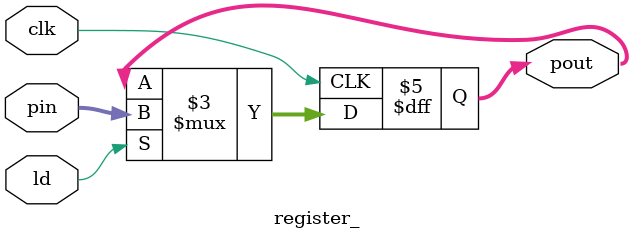
<source format=v>
module register_ (clk,pin,ld,pout);
    
    input clk;
    input ld;
    input [1:0]pin;
    output reg [1:0]pout;

    always @(posedge clk) begin
        if(ld) pout <= pin;
        else pout <= pout;
    end

endmodule

</source>
